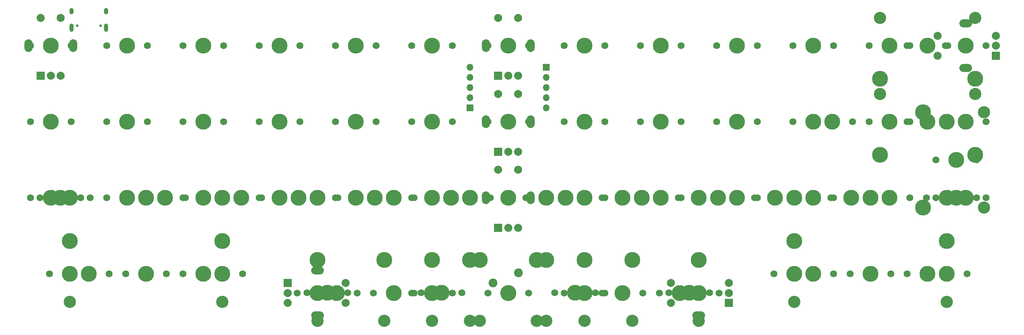
<source format=gbr>
%TF.GenerationSoftware,KiCad,Pcbnew,(6.0.11)*%
%TF.CreationDate,2023-07-16T00:11:03+02:00*%
%TF.ProjectId,alpha-curISO_routingv6,616c7068-612d-4637-9572-49534f5f726f,rev?*%
%TF.SameCoordinates,Original*%
%TF.FileFunction,Soldermask,Top*%
%TF.FilePolarity,Negative*%
%FSLAX46Y46*%
G04 Gerber Fmt 4.6, Leading zero omitted, Abs format (unit mm)*
G04 Created by KiCad (PCBNEW (6.0.11)) date 2023-07-16 00:11:03*
%MOMM*%
%LPD*%
G01*
G04 APERTURE LIST*
%ADD10C,1.750000*%
%ADD11C,3.987800*%
%ADD12O,2.000000X3.200000*%
%ADD13R,2.000000X2.000000*%
%ADD14C,2.000000*%
%ADD15C,3.048000*%
%ADD16O,3.200000X2.000000*%
%ADD17C,4.000000*%
%ADD18C,2.200000*%
%ADD19R,1.700000X1.700000*%
%ADD20O,1.700000X1.700000*%
%ADD21C,0.650000*%
%ADD22O,1.000000X1.600000*%
%ADD23O,1.000000X2.100000*%
G04 APERTURE END LIST*
D10*
%TO.C,SW30(ortho)1*%
X95567500Y-96820487D03*
D11*
X90487500Y-96820487D03*
D10*
X85407500Y-96820487D03*
%TD*%
%TO.C,SW12*%
X247967500Y-58737500D03*
D11*
X242887500Y-58737500D03*
D10*
X237807500Y-58737500D03*
%TD*%
D11*
%TO.C,SW31(ortho)1*%
X109537500Y-96820487D03*
D10*
X114617500Y-96820487D03*
X104457500Y-96820487D03*
%TD*%
%TO.C,SW43(1.75)1*%
X136062566Y-120635521D03*
X125902566Y-120635521D03*
D11*
X130982566Y-120635521D03*
%TD*%
D10*
%TO.C,SW48*%
X243205000Y-115887500D03*
X233045000Y-115887500D03*
D11*
X238125000Y-115887500D03*
%TD*%
D10*
%TO.C,SW33(1.5stagger)1*%
X152082500Y-96820487D03*
D11*
X157162500Y-96820487D03*
D10*
X162242500Y-96820487D03*
%TD*%
D12*
%TO.C,SW_rotary3*%
X153237500Y-58737500D03*
X142037500Y-58737500D03*
D13*
X145137500Y-66237500D03*
D14*
X150137500Y-66237500D03*
X147637500Y-66237500D03*
X150137500Y-51737500D03*
X145137500Y-51737500D03*
%TD*%
D10*
%TO.C,SW42(3)1*%
X124142500Y-120650000D03*
X113982500Y-120650000D03*
D11*
X119062500Y-120650000D03*
D15*
X138112500Y-127635000D03*
D11*
X100012500Y-112395000D03*
X138112500Y-112395000D03*
D15*
X100012500Y-127635000D03*
%TD*%
D10*
%TO.C,SW32(ortho)1*%
X133667500Y-96820487D03*
X123507500Y-96820487D03*
D11*
X128587500Y-96820487D03*
%TD*%
%TO.C,SW42(1)1*%
X100012500Y-120650000D03*
D10*
X105092500Y-120650000D03*
X94932500Y-120650000D03*
%TD*%
%TO.C,SW34(1.5stagger)1*%
X171132500Y-96820487D03*
D11*
X176212500Y-96820487D03*
D10*
X181292500Y-96820487D03*
%TD*%
%TO.C,SW21*%
X171767500Y-77787500D03*
D11*
X166687500Y-77787500D03*
D10*
X161607500Y-77787500D03*
%TD*%
D11*
%TO.C,SW28*%
X57150000Y-96820487D03*
D10*
X52070000Y-96820487D03*
X62230000Y-96820487D03*
%TD*%
D11*
%TO.C,SW8*%
X166687500Y-58737500D03*
D10*
X161607500Y-58737500D03*
X171767500Y-58737500D03*
%TD*%
%TO.C,SW28(1.5stagger)1*%
X66992500Y-96820487D03*
D11*
X61912500Y-96820487D03*
D10*
X56832500Y-96820487D03*
%TD*%
%TO.C,SW46(1.5)1*%
X195580000Y-120650000D03*
D11*
X190500000Y-120650000D03*
D10*
X185420000Y-120650000D03*
%TD*%
%TO.C,SW23*%
X209867500Y-77787500D03*
X199707500Y-77787500D03*
D11*
X204787500Y-77787500D03*
%TD*%
D10*
%TO.C,SW36*%
X224155000Y-96820487D03*
D11*
X219075000Y-96820487D03*
D10*
X213995000Y-96820487D03*
%TD*%
D11*
%TO.C,SW12(2)1*%
X240506250Y-66992500D03*
X252412500Y-58737500D03*
X264318750Y-66992500D03*
D10*
X247332500Y-58737500D03*
D15*
X240506250Y-51752500D03*
D10*
X257492500Y-58737500D03*
D15*
X264318750Y-51752500D03*
%TD*%
D11*
%TO.C,SW15*%
X52387500Y-77787500D03*
D10*
X57467500Y-77787500D03*
X47307500Y-77787500D03*
%TD*%
%TO.C,SW50(ortho)1*%
X152717500Y-96820487D03*
D11*
X147637500Y-96820487D03*
D10*
X142557500Y-96820487D03*
%TD*%
D11*
%TO.C,SW39(1.5)1*%
X42862500Y-115887500D03*
D10*
X37782500Y-115887500D03*
X47942500Y-115887500D03*
%TD*%
D11*
%TO.C,SW6*%
X128587500Y-58737500D03*
D10*
X133667500Y-58737500D03*
X123507500Y-58737500D03*
%TD*%
%TO.C,SW31*%
X109220000Y-96820487D03*
D11*
X114300000Y-96820487D03*
D10*
X119380000Y-96820487D03*
%TD*%
%TO.C,SW37(1.5stagger)1*%
X238442500Y-96820487D03*
D11*
X233362500Y-96820487D03*
D10*
X228282500Y-96820487D03*
%TD*%
%TO.C,SW38(1.25)1*%
X254475000Y-96820487D03*
X264635000Y-96820487D03*
D11*
X259555000Y-96820487D03*
%TD*%
D10*
%TO.C,SW47*%
X213995000Y-115887500D03*
X224155000Y-115887500D03*
D11*
X219075000Y-115887500D03*
%TD*%
D10*
%TO.C,SW26(1.5)1*%
X252095000Y-77787500D03*
D11*
X257175000Y-77787500D03*
D10*
X262255000Y-77787500D03*
%TD*%
%TO.C,SW46(1)1*%
X200342500Y-120650000D03*
X190182500Y-120650000D03*
D11*
X195262500Y-120650000D03*
%TD*%
%TO.C,SW1*%
X33337500Y-58737500D03*
D10*
X38417500Y-58737500D03*
X28257500Y-58737500D03*
%TD*%
D11*
%TO.C,SW26(ISO)1*%
X259556250Y-87312500D03*
X251301250Y-99250500D03*
X251301250Y-75374500D03*
D10*
X254476250Y-87312500D03*
X264636250Y-87312500D03*
D15*
X266541250Y-75374500D03*
X266541250Y-99250500D03*
%TD*%
D10*
%TO.C,SW37(ortho)1*%
X247967500Y-96820487D03*
X237807500Y-96820487D03*
D11*
X242887500Y-96820487D03*
%TD*%
D10*
%TO.C,SW41(1.5)1*%
X76517500Y-115887500D03*
X66357500Y-115887500D03*
D11*
X71437500Y-115887500D03*
%TD*%
%TO.C,SW27(ortho)1*%
X33337500Y-96820487D03*
D10*
X38417500Y-96820487D03*
X28257500Y-96820487D03*
%TD*%
D11*
%TO.C,SW38(1.5)1*%
X257175000Y-96820487D03*
D10*
X262255000Y-96820487D03*
X252095000Y-96820487D03*
%TD*%
D16*
%TO.C,SW_rotary2*%
X261937500Y-53137500D03*
X261937500Y-64337500D03*
D13*
X269437500Y-61237500D03*
D14*
X269437500Y-56237500D03*
X269437500Y-58737500D03*
X254937500Y-56237500D03*
X254937500Y-61237500D03*
%TD*%
D16*
%TO.C,SW_rotary6*%
X195262500Y-126250000D03*
D13*
X202762500Y-123150000D03*
D14*
X202762500Y-118150000D03*
X202762500Y-120650000D03*
X188262500Y-118150000D03*
X188262500Y-123150000D03*
%TD*%
D10*
%TO.C,SW9*%
X180657500Y-58737500D03*
X190817500Y-58737500D03*
D11*
X185737500Y-58737500D03*
%TD*%
%TO.C,SW33*%
X161925000Y-96820487D03*
D10*
X156845000Y-96820487D03*
X167005000Y-96820487D03*
%TD*%
%TO.C,SW43(2)1*%
X133667500Y-120650000D03*
D15*
X116681250Y-127635000D03*
D10*
X123507500Y-120650000D03*
D11*
X116681250Y-112395000D03*
X128587500Y-120650000D03*
D15*
X140493750Y-127635000D03*
D11*
X140493750Y-112395000D03*
%TD*%
D17*
%TO.C,SW44(4)1*%
X147637500Y-120650000D03*
D11*
X178625500Y-112420400D03*
D15*
X116649500Y-127635000D03*
X178625500Y-127660400D03*
D11*
X116649500Y-112395000D03*
D18*
X143827500Y-118110000D03*
X150177500Y-115570000D03*
%TD*%
D10*
%TO.C,SW33(ortho)1*%
X171767500Y-96820487D03*
X161607500Y-96820487D03*
D11*
X166687500Y-96820487D03*
%TD*%
%TO.C,SW10*%
X204787500Y-58737500D03*
D10*
X199707500Y-58737500D03*
X209867500Y-58737500D03*
%TD*%
D11*
%TO.C,SW18*%
X109537500Y-77787500D03*
D10*
X114617500Y-77787500D03*
X104457500Y-77787500D03*
%TD*%
%TO.C,SW34(ortho)1*%
X180657500Y-96820487D03*
D11*
X185737500Y-96820487D03*
D10*
X190817500Y-96820487D03*
%TD*%
D11*
%TO.C,SW36(ortho)1*%
X223837500Y-96820487D03*
D10*
X218757500Y-96820487D03*
X228917500Y-96820487D03*
%TD*%
D16*
%TO.C,SW_rotary5*%
X100012500Y-126250000D03*
X100012500Y-115050000D03*
D13*
X92512500Y-118150000D03*
D14*
X92512500Y-123150000D03*
X92512500Y-120650000D03*
X107012500Y-123150000D03*
X107012500Y-118150000D03*
%TD*%
D10*
%TO.C,SW2*%
X47307500Y-58737500D03*
X57467500Y-58737500D03*
D11*
X52387500Y-58737500D03*
%TD*%
%TO.C,SW38(ortho)1*%
X261937500Y-96820487D03*
D10*
X256857500Y-96820487D03*
X267017500Y-96820487D03*
%TD*%
D11*
%TO.C,SW49(1.5)1*%
X252412500Y-115887500D03*
D10*
X257492500Y-115887500D03*
X247332500Y-115887500D03*
%TD*%
%TO.C,SW34*%
X175895000Y-96820487D03*
X186055000Y-96820487D03*
D11*
X180975000Y-96820487D03*
%TD*%
D10*
%TO.C,SW4*%
X85407500Y-58737500D03*
X95567500Y-58737500D03*
D11*
X90487500Y-58737500D03*
%TD*%
D10*
%TO.C,SW13*%
X267017500Y-58737500D03*
D11*
X261937500Y-58737500D03*
D10*
X256857500Y-58737500D03*
%TD*%
%TO.C,SW35(ortho)1*%
X199707500Y-96820487D03*
D11*
X204787500Y-96820487D03*
D10*
X209867500Y-96820487D03*
%TD*%
%TO.C,SW32*%
X138430000Y-96820487D03*
D11*
X133350000Y-96820487D03*
D10*
X128270000Y-96820487D03*
%TD*%
D11*
%TO.C,SW29(ortho)1*%
X71437500Y-96820487D03*
D10*
X76517500Y-96820487D03*
X66357500Y-96820487D03*
%TD*%
D11*
%TO.C,SW30(1.5stagger)1*%
X100012500Y-96820487D03*
D10*
X105092500Y-96820487D03*
X94932500Y-96820487D03*
%TD*%
%TO.C,SW29(1.5stagger)1*%
X86042500Y-96820487D03*
X75882500Y-96820487D03*
D11*
X80962500Y-96820487D03*
%TD*%
D10*
%TO.C,SW45(2)1*%
X161607500Y-120650000D03*
D15*
X154781250Y-127635000D03*
X178593750Y-127635000D03*
D11*
X166687500Y-120650000D03*
X178593750Y-112395000D03*
X154781250Y-112395000D03*
D10*
X171767500Y-120650000D03*
%TD*%
D11*
%TO.C,SW46(1.25)1*%
X192895066Y-120635521D03*
D10*
X197975066Y-120635521D03*
X187815066Y-120635521D03*
%TD*%
%TO.C,SW16*%
X66357500Y-77787500D03*
X76517500Y-77787500D03*
D11*
X71437500Y-77787500D03*
%TD*%
D10*
%TO.C,SW25*%
X247967500Y-77787500D03*
D11*
X242887500Y-77787500D03*
D10*
X237807500Y-77787500D03*
%TD*%
D11*
%TO.C,SW46(3)1*%
X157162500Y-112395000D03*
X195262500Y-112395000D03*
D15*
X195262500Y-127635000D03*
D10*
X171132500Y-120650000D03*
D15*
X157162500Y-127635000D03*
D10*
X181292500Y-120650000D03*
D11*
X176212500Y-120650000D03*
%TD*%
D10*
%TO.C,SW39*%
X33020000Y-115887500D03*
D11*
X38100000Y-115887500D03*
D10*
X43180000Y-115887500D03*
%TD*%
%TO.C,SW19*%
X123507500Y-77787500D03*
D11*
X128587500Y-77787500D03*
D10*
X133667500Y-77787500D03*
%TD*%
D19*
%TO.C,J2*%
X157162500Y-64135000D03*
D20*
X157162500Y-66675000D03*
X157162500Y-69215000D03*
X157162500Y-71755000D03*
X157162500Y-74295000D03*
%TD*%
D11*
%TO.C,SW44(6)1*%
X195262500Y-112395000D03*
X147637500Y-120650000D03*
X100012500Y-112395000D03*
D15*
X100012500Y-127635000D03*
D10*
X152717500Y-120650000D03*
X142557500Y-120650000D03*
D15*
X195262500Y-127635000D03*
%TD*%
D10*
%TO.C,SW35*%
X194945000Y-96820487D03*
D11*
X200025000Y-96820487D03*
D10*
X205105000Y-96820487D03*
%TD*%
D11*
%TO.C,SW37*%
X238125000Y-96820487D03*
D10*
X243205000Y-96820487D03*
X233045000Y-96820487D03*
%TD*%
D11*
%TO.C,SW20*%
X147637500Y-77787500D03*
D10*
X152717500Y-77787500D03*
X142557500Y-77787500D03*
%TD*%
D11*
%TO.C,SW11*%
X223837500Y-58737500D03*
D10*
X218757500Y-58737500D03*
X228917500Y-58737500D03*
%TD*%
%TO.C,SW24(1.5)1*%
X233680000Y-77787500D03*
D11*
X228600000Y-77787500D03*
D10*
X223520000Y-77787500D03*
%TD*%
D11*
%TO.C,SW7*%
X147637500Y-58737500D03*
D10*
X142557500Y-58737500D03*
X152717500Y-58737500D03*
%TD*%
D11*
%TO.C,SW40*%
X57150000Y-115887500D03*
D10*
X52070000Y-115887500D03*
X62230000Y-115887500D03*
%TD*%
D15*
%TO.C,SW26(2)1*%
X264318750Y-70802500D03*
D10*
X257492500Y-77787500D03*
X247332500Y-77787500D03*
D11*
X240506250Y-86042500D03*
D15*
X240506250Y-70802500D03*
D11*
X264318750Y-86042500D03*
X252412500Y-77787500D03*
%TD*%
D10*
%TO.C,SW48(3)1*%
X243205000Y-115887500D03*
X233045000Y-115887500D03*
D15*
X257175000Y-122872500D03*
D11*
X219075000Y-107632500D03*
X257175000Y-107632500D03*
D15*
X219075000Y-122872500D03*
D11*
X238125000Y-115887500D03*
%TD*%
D12*
%TO.C,SW_rotary1*%
X27737500Y-58737500D03*
X38937500Y-58737500D03*
D13*
X30837500Y-66237500D03*
D14*
X35837500Y-66237500D03*
X33337500Y-66237500D03*
X35837500Y-51737500D03*
X30837500Y-51737500D03*
%TD*%
D12*
%TO.C,SW_rotary4*%
X153237500Y-77787500D03*
X142037500Y-77787500D03*
D13*
X145137500Y-85287500D03*
D14*
X150137500Y-85287500D03*
X147637500Y-85287500D03*
X150137500Y-70787500D03*
X145137500Y-70787500D03*
%TD*%
D10*
%TO.C,SW36(1.5stagger)1*%
X209232500Y-96820487D03*
D11*
X214312500Y-96820487D03*
D10*
X219392500Y-96820487D03*
%TD*%
%TO.C,SW5*%
X104457500Y-58737500D03*
X114617500Y-58737500D03*
D11*
X109537500Y-58737500D03*
%TD*%
D15*
%TO.C,SW44(3)1*%
X166687500Y-127635000D03*
D11*
X147637500Y-120650000D03*
X128587500Y-112395000D03*
D15*
X128587500Y-127635000D03*
D10*
X142557500Y-120650000D03*
D11*
X166687500Y-112395000D03*
D10*
X152717500Y-120650000D03*
%TD*%
D12*
%TO.C,SW_rotary7*%
X153237500Y-96820487D03*
X142037500Y-96820487D03*
D13*
X145137500Y-104320487D03*
D14*
X150137500Y-104320487D03*
X147637500Y-104320487D03*
X150137500Y-89820487D03*
X145137500Y-89820487D03*
%TD*%
D10*
%TO.C,SW22*%
X190817500Y-77787500D03*
X180657500Y-77787500D03*
D11*
X185737500Y-77787500D03*
%TD*%
D10*
%TO.C,SW27(1.5)1*%
X33020000Y-96820487D03*
D11*
X38100000Y-96820487D03*
D10*
X43180000Y-96820487D03*
%TD*%
%TO.C,SW42(1.25)1*%
X97327566Y-120635521D03*
X107487566Y-120635521D03*
D11*
X102407566Y-120635521D03*
%TD*%
D10*
%TO.C,SW42(1.5)1*%
X109855000Y-120650000D03*
X99695000Y-120650000D03*
D11*
X104775000Y-120650000D03*
%TD*%
D10*
%TO.C,SW27(1.25)1*%
X30640000Y-96820487D03*
X40800000Y-96820487D03*
D11*
X35720000Y-96820487D03*
%TD*%
%TO.C,SW49*%
X257175000Y-115887500D03*
D10*
X252095000Y-115887500D03*
X262255000Y-115887500D03*
%TD*%
D11*
%TO.C,SW26*%
X261937500Y-77787500D03*
D10*
X256857500Y-77787500D03*
X267017500Y-77787500D03*
%TD*%
D11*
%TO.C,SW28(ortho)1*%
X52387500Y-96820487D03*
D10*
X47307500Y-96820487D03*
X57467500Y-96820487D03*
%TD*%
%TO.C,SW24*%
X218757500Y-77787500D03*
X228917500Y-77787500D03*
D11*
X223837500Y-77787500D03*
%TD*%
D10*
%TO.C,SW17*%
X95567500Y-77787500D03*
X85407500Y-77787500D03*
D11*
X90487500Y-77787500D03*
%TD*%
%TO.C,SW40(3)1*%
X76200000Y-107632500D03*
D10*
X62230000Y-115887500D03*
D15*
X76200000Y-122872500D03*
X38100000Y-122872500D03*
D11*
X57150000Y-115887500D03*
X38100000Y-107632500D03*
D10*
X52070000Y-115887500D03*
%TD*%
%TO.C,SW3*%
X76517500Y-58737500D03*
D11*
X71437500Y-58737500D03*
D10*
X66357500Y-58737500D03*
%TD*%
%TO.C,SW45(1.75)1*%
X169400066Y-120635521D03*
X159240066Y-120635521D03*
D11*
X164320066Y-120635521D03*
%TD*%
%TO.C,SW14*%
X33337500Y-77787500D03*
D10*
X38417500Y-77787500D03*
X28257500Y-77787500D03*
%TD*%
%TO.C,SW41*%
X81280000Y-115887500D03*
D11*
X76200000Y-115887500D03*
D10*
X71120000Y-115887500D03*
%TD*%
%TO.C,SW47(1.5)1*%
X228917500Y-115887500D03*
D11*
X223837500Y-115887500D03*
D10*
X218757500Y-115887500D03*
%TD*%
%TO.C,SW35(1.5stagger)1*%
X190182500Y-96820487D03*
D11*
X195262500Y-96820487D03*
D10*
X200342500Y-96820487D03*
%TD*%
D11*
%TO.C,SW30*%
X95250000Y-96820487D03*
D10*
X100330000Y-96820487D03*
X90170000Y-96820487D03*
%TD*%
%TO.C,SW32(1.5stagger)1*%
X143192500Y-96820487D03*
X133032500Y-96820487D03*
D11*
X138112500Y-96820487D03*
%TD*%
D10*
%TO.C,SW31(1.5stagger)1*%
X113982500Y-96820487D03*
X124142500Y-96820487D03*
D11*
X119062500Y-96820487D03*
%TD*%
D10*
%TO.C,SW29*%
X81280000Y-96820487D03*
X71120000Y-96820487D03*
D11*
X76200000Y-96820487D03*
%TD*%
D21*
%TO.C,USB1*%
X39972500Y-53686838D03*
X45752500Y-53686838D03*
D22*
X47182500Y-50036838D03*
D23*
X38542500Y-54216838D03*
X47182500Y-54216838D03*
D22*
X38542500Y-50036838D03*
%TD*%
D19*
%TO.C,J1*%
X138074000Y-74265000D03*
D20*
X138074000Y-71725000D03*
X138074000Y-69185000D03*
X138074000Y-66645000D03*
X138074000Y-64105000D03*
%TD*%
M02*

</source>
